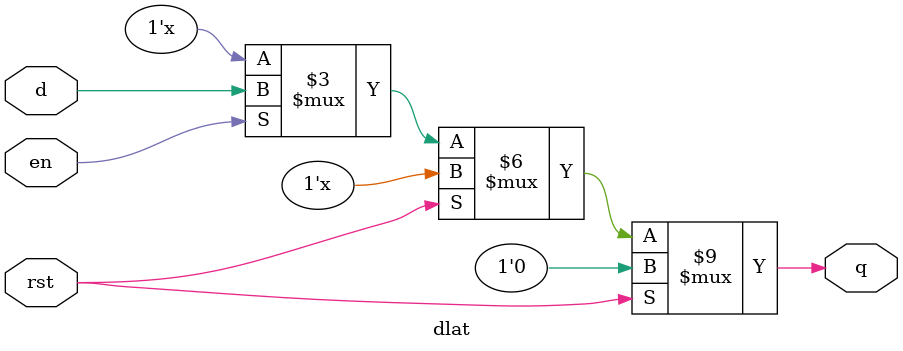
<source format=v>
module dlat (
    en,d,q,rst
);
    input en,d,rst;
    output reg q;

    always @(en,d,rst) begin
        if(rst)
            q=1'b0;
        else if (en) 
            q=d;
        
    end
endmodule
</source>
